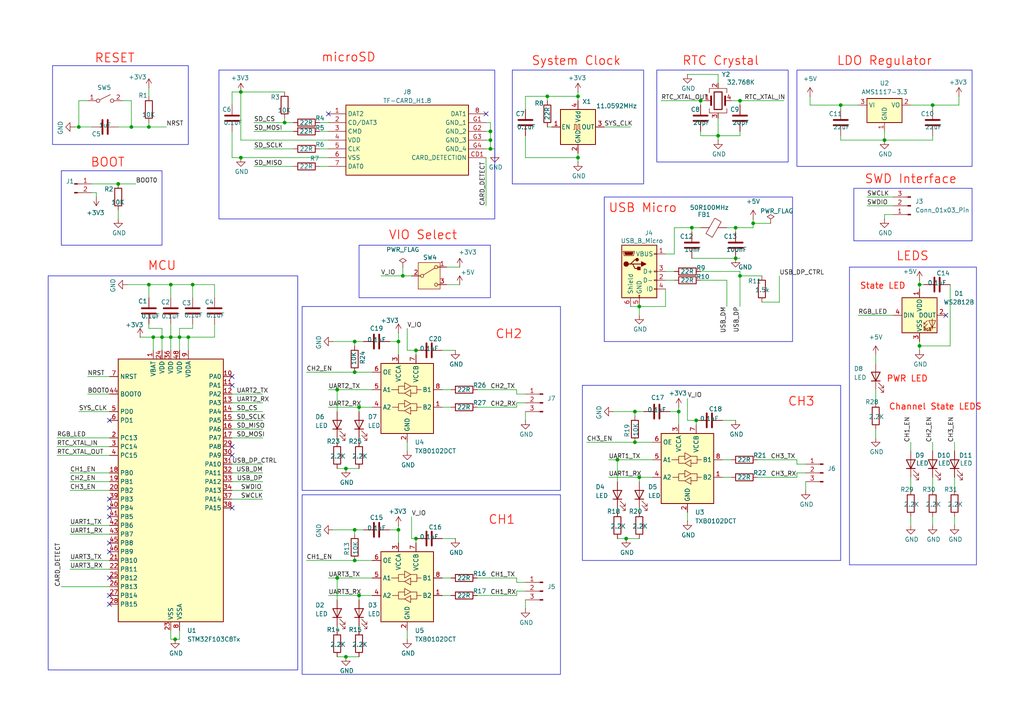
<source format=kicad_sch>
(kicad_sch (version 20231120) (generator "eeschema") (generator_version "8.0")
  (paper "A4")
  (junction (at 266.7 82.55))
  (junction (at 120.65 156.21))
  (junction (at 54.61 97.79))
  (junction (at 200.66 66.04))
  (junction (at 100.33 190.5))
  (junction (at 102.87 99.06))
  (junction (at 185.42 88.9))
  (junction (at 256.54 40.64))
  (junction (at 102.87 153.67))
  (junction (at 116.84 80.01))
  (junction (at 102.87 162.56))
  (junction (at 184.15 128.27))
  (junction (at 97.79 167.64))
  (junction (at 50.8 185.42))
  (junction (at 52.07 97.79))
  (junction (at 185.42 138.43))
  (junction (at 104.14 118.11))
  (junction (at 22.86 36.83))
  (junction (at 243.84 30.48))
  (junction (at 49.53 97.79))
  (junction (at 120.65 101.6))
  (junction (at 201.93 121.92))
  (junction (at 270.51 30.48))
  (junction (at 104.14 172.72))
  (junction (at 69.85 45.72))
  (junction (at 142.24 43.18))
  (junction (at 214.63 80.01))
  (junction (at 266.7 100.33))
  (junction (at 213.36 66.04))
  (junction (at 115.57 99.06))
  (junction (at 218.44 64.77))
  (junction (at 208.28 39.37))
  (junction (at 203.2 29.21))
  (junction (at 43.18 36.83))
  (junction (at 44.45 97.79))
  (junction (at 179.07 133.35))
  (junction (at 196.85 119.38))
  (junction (at 158.75 27.94))
  (junction (at 100.33 135.89))
  (junction (at 213.36 74.93))
  (junction (at 55.88 82.55))
  (junction (at 184.15 119.38))
  (junction (at 82.55 35.56))
  (junction (at 34.29 53.34))
  (junction (at 214.63 29.21))
  (junction (at 49.53 82.55))
  (junction (at 142.24 40.64))
  (junction (at 102.87 107.95))
  (junction (at 167.64 27.94))
  (junction (at 181.61 156.21))
  (junction (at 69.85 26.67))
  (junction (at 38.1 36.83))
  (junction (at 97.79 113.03))
  (junction (at 115.57 153.67))
  (junction (at 142.24 38.1))
  (junction (at 43.18 82.55))
  (junction (at 167.64 45.72))
  (junction (at 46.99 97.79))
  (no_connect (at 31.75 167.64))
  (no_connect (at 31.75 172.72))
  (no_connect (at 95.25 33.02))
  (no_connect (at 31.75 144.78))
  (no_connect (at 140.97 33.02))
  (no_connect (at 67.31 111.76))
  (no_connect (at 274.32 91.44))
  (no_connect (at 31.75 147.32))
  (no_connect (at 31.75 149.86))
  (no_connect (at 67.31 132.08))
  (no_connect (at 31.75 175.26))
  (no_connect (at 67.31 147.32))
  (no_connect (at 67.31 109.22))
  (no_connect (at 31.75 121.92))
  (no_connect (at 31.75 160.02))
  (no_connect (at 31.75 157.48))
  (no_connect (at 67.31 129.54))
  (wire (pts (xy 49.53 93.98) (xy 49.53 97.79)))
  (wire (pts (xy 214.63 80.01) (xy 214.63 88.9)))
  (wire (pts (xy 176.53 138.43) (xy 185.42 138.43)))
  (wire (pts (xy 179.07 147.32) (xy 179.07 148.59)))
  (wire (pts (xy 231.14 133.35) (xy 231.14 134.62)))
  (wire (pts (xy 22.86 29.21) (xy 22.86 36.83)))
  (wire (pts (xy 170.18 128.27) (xy 184.15 128.27)))
  (wire (pts (xy 251.46 57.15) (xy 259.08 57.15)))
  (wire (pts (xy 62.23 97.79) (xy 62.23 93.98)))
  (wire (pts (xy 185.42 138.43) (xy 189.23 138.43)))
  (wire (pts (xy 104.14 118.11) (xy 107.95 118.11)))
  (wire (pts (xy 49.53 97.79) (xy 52.07 97.79)))
  (wire (pts (xy 234.95 30.48) (xy 243.84 30.48)))
  (wire (pts (xy 25.4 109.22) (xy 31.75 109.22)))
  (wire (pts (xy 276.86 138.43) (xy 276.86 142.24)))
  (wire (pts (xy 270.51 138.43) (xy 270.51 142.24)))
  (wire (pts (xy 203.2 29.21) (xy 204.47 29.21)))
  (wire (pts (xy 175.26 36.83) (xy 182.88 36.83)))
  (wire (pts (xy 200.66 67.31) (xy 200.66 66.04)))
  (wire (pts (xy 140.97 35.56) (xy 142.24 35.56)))
  (wire (pts (xy 69.85 26.67) (xy 82.55 26.67)))
  (wire (pts (xy 214.63 78.74) (xy 214.63 80.01)))
  (wire (pts (xy 256.54 38.1) (xy 256.54 40.64)))
  (wire (pts (xy 193.04 78.74) (xy 195.58 78.74)))
  (wire (pts (xy 203.2 39.37) (xy 203.2 38.1)))
  (wire (pts (xy 44.45 97.79) (xy 46.99 97.79)))
  (wire (pts (xy 251.46 59.69) (xy 259.08 59.69)))
  (wire (pts (xy 209.55 133.35) (xy 212.09 133.35)))
  (wire (pts (xy 20.32 142.24) (xy 31.75 142.24)))
  (wire (pts (xy 46.99 95.25) (xy 46.99 97.79)))
  (wire (pts (xy 219.71 133.35) (xy 231.14 133.35)))
  (wire (pts (xy 67.31 114.3) (xy 76.2 114.3)))
  (wire (pts (xy 119.38 156.21) (xy 120.65 156.21)))
  (wire (pts (xy 46.99 97.79) (xy 46.99 101.6)))
  (wire (pts (xy 95.25 172.72) (xy 104.14 172.72)))
  (wire (pts (xy 97.79 167.64) (xy 97.79 173.99)))
  (wire (pts (xy 49.53 97.79) (xy 49.53 101.6)))
  (wire (pts (xy 16.51 129.54) (xy 31.75 129.54)))
  (wire (pts (xy 275.59 82.55) (xy 275.59 100.33)))
  (wire (pts (xy 97.79 113.03) (xy 107.95 113.03)))
  (wire (pts (xy 96.52 153.67) (xy 102.87 153.67)))
  (wire (pts (xy 149.86 168.91) (xy 152.4 168.91)))
  (wire (pts (xy 102.87 99.06) (xy 105.41 99.06)))
  (wire (pts (xy 26.67 55.88) (xy 27.94 55.88)))
  (wire (pts (xy 55.88 82.55) (xy 62.23 82.55)))
  (wire (pts (xy 185.42 138.43) (xy 185.42 139.7)))
  (wire (pts (xy 210.82 66.04) (xy 213.36 66.04)))
  (wire (pts (xy 214.63 38.1) (xy 214.63 39.37)))
  (wire (pts (xy 243.84 30.48) (xy 248.92 30.48)))
  (wire (pts (xy 149.86 114.3) (xy 152.4 114.3)))
  (wire (pts (xy 140.97 40.64) (xy 142.24 40.64)))
  (wire (pts (xy 100.33 135.89) (xy 104.14 135.89)))
  (wire (pts (xy 149.86 118.11) (xy 149.86 116.84)))
  (wire (pts (xy 266.7 99.06) (xy 266.7 100.33)))
  (wire (pts (xy 212.09 29.21) (xy 214.63 29.21)))
  (wire (pts (xy 256.54 40.64) (xy 270.51 40.64)))
  (wire (pts (xy 49.53 82.55) (xy 43.18 82.55)))
  (wire (pts (xy 149.86 116.84) (xy 152.4 116.84)))
  (wire (pts (xy 184.15 128.27) (xy 189.23 128.27)))
  (wire (pts (xy 142.24 35.56) (xy 142.24 38.1)))
  (wire (pts (xy 264.16 149.86) (xy 264.16 152.4)))
  (wire (pts (xy 270.51 128.27) (xy 270.51 130.81)))
  (wire (pts (xy 118.11 182.88) (xy 118.11 185.42)))
  (wire (pts (xy 149.86 172.72) (xy 149.86 171.45)))
  (wire (pts (xy 67.31 137.16) (xy 76.2 137.16)))
  (wire (pts (xy 203.2 30.48) (xy 203.2 29.21)))
  (wire (pts (xy 182.88 88.9) (xy 185.42 88.9)))
  (wire (pts (xy 143.51 43.18) (xy 143.51 44.45)))
  (wire (pts (xy 20.32 139.7) (xy 31.75 139.7)))
  (wire (pts (xy 243.84 31.75) (xy 243.84 30.48)))
  (wire (pts (xy 67.31 121.92) (xy 76.2 121.92)))
  (wire (pts (xy 138.43 118.11) (xy 149.86 118.11)))
  (wire (pts (xy 116.84 80.01) (xy 119.38 80.01)))
  (wire (pts (xy 46.99 97.79) (xy 49.53 97.79)))
  (wire (pts (xy 88.9 162.56) (xy 102.87 162.56)))
  (wire (pts (xy 196.85 118.11) (xy 196.85 119.38)))
  (wire (pts (xy 152.4 39.37) (xy 152.4 45.72)))
  (wire (pts (xy 34.29 60.96) (xy 34.29 63.5)))
  (wire (pts (xy 208.28 34.29) (xy 208.28 39.37)))
  (wire (pts (xy 266.7 82.55) (xy 267.97 82.55)))
  (wire (pts (xy 213.36 66.04) (xy 213.36 67.31)))
  (wire (pts (xy 97.79 181.61) (xy 97.79 182.88)))
  (wire (pts (xy 196.85 119.38) (xy 196.85 123.19)))
  (wire (pts (xy 73.66 38.1) (xy 85.09 38.1)))
  (wire (pts (xy 67.31 142.24) (xy 76.2 142.24)))
  (wire (pts (xy 149.86 113.03) (xy 149.86 114.3)))
  (wire (pts (xy 152.4 119.38) (xy 152.4 121.92)))
  (wire (pts (xy 67.31 30.48) (xy 67.31 26.67)))
  (wire (pts (xy 142.24 40.64) (xy 142.24 38.1)))
  (wire (pts (xy 67.31 127) (xy 76.2 127)))
  (wire (pts (xy 142.24 38.1) (xy 140.97 38.1)))
  (wire (pts (xy 21.59 36.83) (xy 22.86 36.83)))
  (wire (pts (xy 52.07 95.25) (xy 52.07 97.79)))
  (wire (pts (xy 199.39 121.92) (xy 201.93 121.92)))
  (wire (pts (xy 43.18 25.4) (xy 43.18 27.94)))
  (wire (pts (xy 158.75 27.94) (xy 167.64 27.94)))
  (wire (pts (xy 191.77 29.21) (xy 203.2 29.21)))
  (wire (pts (xy 203.2 78.74) (xy 214.63 78.74)))
  (wire (pts (xy 231.14 134.62) (xy 233.68 134.62)))
  (wire (pts (xy 213.36 66.04) (xy 218.44 66.04)))
  (wire (pts (xy 100.33 135.89) (xy 97.79 135.89)))
  (wire (pts (xy 16.51 132.08) (xy 31.75 132.08)))
  (wire (pts (xy 152.4 31.75) (xy 152.4 27.94)))
  (wire (pts (xy 218.44 63.5) (xy 218.44 64.77)))
  (wire (pts (xy 233.68 139.7) (xy 233.68 142.24)))
  (wire (pts (xy 73.66 48.26) (xy 85.09 48.26)))
  (wire (pts (xy 16.51 127) (xy 31.75 127)))
  (wire (pts (xy 128.27 118.11) (xy 130.81 118.11)))
  (wire (pts (xy 110.49 80.01) (xy 116.84 80.01)))
  (wire (pts (xy 270.51 30.48) (xy 278.13 30.48)))
  (wire (pts (xy 25.4 114.3) (xy 31.75 114.3)))
  (wire (pts (xy 264.16 138.43) (xy 264.16 142.24)))
  (wire (pts (xy 129.54 82.55) (xy 133.35 82.55)))
  (wire (pts (xy 120.65 156.21) (xy 120.65 157.48)))
  (wire (pts (xy 115.57 99.06) (xy 115.57 102.87)))
  (wire (pts (xy 96.52 99.06) (xy 102.87 99.06)))
  (wire (pts (xy 185.42 147.32) (xy 185.42 148.59)))
  (wire (pts (xy 104.14 172.72) (xy 104.14 173.99)))
  (wire (pts (xy 69.85 40.64) (xy 69.85 26.67)))
  (wire (pts (xy 158.75 36.83) (xy 160.02 36.83)))
  (wire (pts (xy 95.25 113.03) (xy 97.79 113.03)))
  (wire (pts (xy 199.39 115.57) (xy 199.39 121.92)))
  (wire (pts (xy 67.31 144.78) (xy 76.2 144.78)))
  (wire (pts (xy 100.33 190.5) (xy 104.14 190.5)))
  (wire (pts (xy 220.98 87.63) (xy 226.06 87.63)))
  (wire (pts (xy 102.87 153.67) (xy 105.41 153.67)))
  (wire (pts (xy 95.25 167.64) (xy 97.79 167.64)))
  (wire (pts (xy 266.7 81.28) (xy 266.7 82.55)))
  (wire (pts (xy 184.15 119.38) (xy 186.69 119.38)))
  (wire (pts (xy 67.31 124.46) (xy 76.2 124.46)))
  (wire (pts (xy 43.18 93.98) (xy 43.18 95.25)))
  (wire (pts (xy 254 113.03) (xy 254 116.84)))
  (wire (pts (xy 35.56 29.21) (xy 38.1 29.21)))
  (wire (pts (xy 185.42 88.9) (xy 185.42 91.44)))
  (wire (pts (xy 55.88 93.98) (xy 55.88 95.25)))
  (wire (pts (xy 214.63 30.48) (xy 214.63 29.21)))
  (wire (pts (xy 97.79 167.64) (xy 107.95 167.64)))
  (wire (pts (xy 264.16 30.48) (xy 270.51 30.48)))
  (wire (pts (xy 36.83 82.55) (xy 43.18 82.55)))
  (wire (pts (xy 49.53 185.42) (xy 50.8 185.42)))
  (wire (pts (xy 208.28 24.13) (xy 208.28 21.59)))
  (wire (pts (xy 201.93 121.92) (xy 201.93 123.19)))
  (wire (pts (xy 92.71 38.1) (xy 95.25 38.1)))
  (wire (pts (xy 67.31 116.84) (xy 76.2 116.84)))
  (wire (pts (xy 218.44 64.77) (xy 223.52 64.77)))
  (wire (pts (xy 140.97 45.72) (xy 140.97 59.69)))
  (wire (pts (xy 200.66 74.93) (xy 213.36 74.93)))
  (wire (pts (xy 128.27 101.6) (xy 132.08 101.6)))
  (wire (pts (xy 118.11 95.25) (xy 118.11 101.6)))
  (wire (pts (xy 104.14 172.72) (xy 107.95 172.72)))
  (wire (pts (xy 208.28 39.37) (xy 203.2 39.37)))
  (wire (pts (xy 113.03 99.06) (xy 115.57 99.06)))
  (wire (pts (xy 275.59 100.33) (xy 266.7 100.33)))
  (wire (pts (xy 138.43 167.64) (xy 149.86 167.64)))
  (wire (pts (xy 54.61 97.79) (xy 54.61 101.6)))
  (wire (pts (xy 115.57 96.52) (xy 115.57 99.06)))
  (wire (pts (xy 181.61 156.21) (xy 179.07 156.21)))
  (wire (pts (xy 115.57 153.67) (xy 115.57 157.48)))
  (wire (pts (xy 234.95 27.94) (xy 234.95 30.48)))
  (wire (pts (xy 22.86 36.83) (xy 26.67 36.83)))
  (wire (pts (xy 194.31 119.38) (xy 196.85 119.38)))
  (wire (pts (xy 266.7 82.55) (xy 266.7 83.82)))
  (wire (pts (xy 104.14 118.11) (xy 104.14 119.38)))
  (wire (pts (xy 26.67 53.34) (xy 34.29 53.34)))
  (wire (pts (xy 254 124.46) (xy 254 127)))
  (wire (pts (xy 199.39 21.59) (xy 208.28 21.59)))
  (wire (pts (xy 128.27 113.03) (xy 130.81 113.03)))
  (wire (pts (xy 119.38 149.86) (xy 119.38 156.21)))
  (wire (pts (xy 27.94 55.88) (xy 27.94 57.15)))
  (wire (pts (xy 102.87 153.67) (xy 102.87 154.94)))
  (wire (pts (xy 115.57 152.4) (xy 115.57 153.67)))
  (wire (pts (xy 52.07 185.42) (xy 50.8 185.42)))
  (wire (pts (xy 243.84 40.64) (xy 256.54 40.64)))
  (wire (pts (xy 43.18 86.36) (xy 43.18 82.55)))
  (wire (pts (xy 69.85 40.64) (xy 95.25 40.64)))
  (wire (pts (xy 54.61 97.79) (xy 62.23 97.79)))
  (wire (pts (xy 167.64 27.94) (xy 167.64 29.21)))
  (wire (pts (xy 118.11 128.27) (xy 118.11 130.81)))
  (wire (pts (xy 214.63 80.01) (xy 220.98 80.01)))
  (wire (pts (xy 177.8 119.38) (xy 184.15 119.38)))
  (wire (pts (xy 17.78 170.18) (xy 31.75 170.18)))
  (wire (pts (xy 138.43 113.03) (xy 149.86 113.03)))
  (wire (pts (xy 104.14 127) (xy 104.14 128.27)))
  (wire (pts (xy 49.53 86.36) (xy 49.53 82.55)))
  (wire (pts (xy 22.86 29.21) (xy 25.4 29.21)))
  (wire (pts (xy 184.15 120.65) (xy 184.15 119.38)))
  (wire (pts (xy 149.86 167.64) (xy 149.86 168.91)))
  (wire (pts (xy 102.87 99.06) (xy 102.87 100.33)))
  (wire (pts (xy 129.54 77.47) (xy 133.35 77.47)))
  (wire (pts (xy 97.79 127) (xy 97.79 128.27)))
  (wire (pts (xy 226.06 80.01) (xy 226.06 87.63)))
  (wire (pts (xy 149.86 171.45) (xy 152.4 171.45)))
  (wire (pts (xy 20.32 154.94) (xy 31.75 154.94)))
  (wire (pts (xy 69.85 45.72) (xy 95.25 45.72)))
  (wire (pts (xy 52.07 97.79) (xy 54.61 97.79)))
  (wire (pts (xy 52.07 97.79) (xy 52.07 101.6)))
  (wire (pts (xy 92.71 35.56) (xy 95.25 35.56)))
  (wire (pts (xy 248.92 91.44) (xy 259.08 91.44)))
  (wire (pts (xy 67.31 45.72) (xy 69.85 45.72)))
  (wire (pts (xy 88.9 107.95) (xy 102.87 107.95)))
  (wire (pts (xy 34.29 53.34) (xy 39.37 53.34)))
  (wire (pts (xy 22.86 119.38) (xy 31.75 119.38)))
  (wire (pts (xy 40.64 97.79) (xy 44.45 97.79)))
  (wire (pts (xy 195.58 66.04) (xy 195.58 73.66)))
  (wire (pts (xy 44.45 97.79) (xy 44.45 101.6)))
  (wire (pts (xy 52.07 182.88) (xy 52.07 185.42)))
  (wire (pts (xy 218.44 64.77) (xy 218.44 66.04)))
  (wire (pts (xy 209.55 121.92) (xy 213.36 121.92)))
  (wire (pts (xy 219.71 138.43) (xy 231.14 138.43)))
  (wire (pts (xy 20.32 137.16) (xy 31.75 137.16)))
  (wire (pts (xy 55.88 86.36) (xy 55.88 82.55)))
  (wire (pts (xy 193.04 81.28) (xy 195.58 81.28)))
  (wire (pts (xy 49.53 182.88) (xy 49.53 185.42)))
  (wire (pts (xy 264.16 128.27) (xy 264.16 130.81)))
  (wire (pts (xy 266.7 100.33) (xy 266.7 101.6)))
  (wire (pts (xy 113.03 153.67) (xy 115.57 153.67)))
  (wire (pts (xy 128.27 172.72) (xy 130.81 172.72)))
  (wire (pts (xy 276.86 128.27) (xy 276.86 130.81)))
  (wire (pts (xy 203.2 81.28) (xy 210.82 81.28)))
  (wire (pts (xy 167.64 26.67) (xy 167.64 27.94)))
  (wire (pts (xy 270.51 30.48) (xy 270.51 31.75)))
  (wire (pts (xy 138.43 172.72) (xy 149.86 172.72)))
  (wire (pts (xy 20.32 162.56) (xy 31.75 162.56)))
  (wire (pts (xy 67.31 26.67) (xy 69.85 26.67)))
  (wire (pts (xy 120.65 101.6) (xy 120.65 102.87)))
  (wire (pts (xy 118.11 101.6) (xy 120.65 101.6)))
  (wire (pts (xy 270.51 39.37) (xy 270.51 40.64)))
  (wire (pts (xy 128.27 167.64) (xy 130.81 167.64)))
  (wire (pts (xy 128.27 156.21) (xy 132.08 156.21)))
  (wire (pts (xy 152.4 45.72) (xy 167.64 45.72)))
  (wire (pts (xy 100.33 190.5) (xy 97.79 190.5)))
  (wire (pts (xy 199.39 148.59) (xy 199.39 151.13)))
  (wire (pts (xy 152.4 27.94) (xy 158.75 27.94)))
  (wire (pts (xy 43.18 36.83) (xy 48.26 36.83)))
  (wire (pts (xy 67.31 38.1) (xy 67.31 45.72)))
  (wire (pts (xy 278.13 27.94) (xy 278.13 30.48)))
  (wire (pts (xy 67.31 119.38) (xy 76.2 119.38)))
  (wire (pts (xy 231.14 138.43) (xy 231.14 137.16)))
  (wire (pts (xy 152.4 173.99) (xy 152.4 176.53)))
  (wire (pts (xy 73.66 35.56) (xy 82.55 35.56)))
  (wire (pts (xy 92.71 43.18) (xy 95.25 43.18)))
  (wire (pts (xy 193.04 73.66) (xy 195.58 73.66)))
  (wire (pts (xy 179.07 133.35) (xy 189.23 133.35)))
  (wire (pts (xy 259.08 62.23) (xy 256.54 62.23)))
  (wire (pts (xy 82.55 35.56) (xy 85.09 35.56)))
  (wire (pts (xy 104.14 181.61) (xy 104.14 182.88)))
  (wire (pts (xy 55.88 95.25) (xy 52.07 95.25)))
  (wire (pts (xy 276.86 149.86) (xy 276.86 152.4)))
  (wire (pts (xy 213.36 74.93) (xy 214.63 74.93)))
  (wire (pts (xy 142.24 43.18) (xy 143.51 43.18)))
  (wire (pts (xy 270.51 149.86) (xy 270.51 152.4)))
  (wire (pts (xy 34.29 36.83) (xy 38.1 36.83)))
  (wire (pts (xy 176.53 133.35) (xy 179.07 133.35)))
  (wire (pts (xy 158.75 27.94) (xy 158.75 29.21)))
  (wire (pts (xy 142.24 43.18) (xy 142.24 40.64)))
  (wire (pts (xy 214.63 29.21) (xy 227.33 29.21)))
  (wire (pts (xy 167.64 44.45) (xy 167.64 45.72)))
  (wire (pts (xy 38.1 36.83) (xy 43.18 36.83)))
  (wire (pts (xy 67.31 139.7) (xy 76.2 139.7)))
  (wire (pts (xy 209.55 138.43) (xy 212.09 138.43)))
  (wire (pts (xy 55.88 82.55) (xy 49.53 82.55)))
  (wire (pts (xy 256.54 62.23) (xy 256.54 63.5)))
  (wire (pts (xy 102.87 162.56) (xy 107.95 162.56)))
  (wire (pts (xy 92.71 48.26) (xy 95.25 48.26)))
  (wire (pts (xy 243.84 39.37) (xy 243.84 40.64)))
  (wire (pts (xy 82.55 34.29) (xy 82.55 35.56)))
  (wire (pts (xy 200.66 66.04) (xy 203.2 66.04)))
  (wire (pts (xy 254 102.87) (xy 254 105.41)))
  (wire (pts (xy 67.31 134.62) (xy 76.2 134.62)))
  (wire (pts (xy 43.18 36.83) (xy 43.18 35.56)))
  (wire (pts (xy 20.32 165.1) (xy 31.75 165.1)))
  (wire (pts (xy 116.84 77.47) (xy 116.84 80.01)))
  (wire (pts (xy 38.1 29.21) (xy 38.1 36.83)))
  (wire (pts (xy 20.32 152.4) (xy 31.75 152.4)))
  (wire (pts (xy 102.87 107.95) (xy 107.95 107.95)))
  (wire (pts (xy 214.63 39.37) (xy 208.28 39.37)))
  (wire (pts (xy 43.18 95.25) (xy 46.99 95.25)))
  (wire (pts (xy 210.82 81.28) (xy 210.82 88.9)))
  (wire (pts (xy 73.66 43.18) (xy 85.09 43.18)))
  (wire (pts (xy 95.25 118.11) (xy 104.14 118.11)))
  (wire (pts (xy 231.14 137.16) (xy 233.68 137.16)))
  (wire (pts (xy 181.61 156.21) (xy 185.42 156.21)))
  (wire (pts (xy 208.28 39.37) (xy 208.28 40.64)))
  (wire (pts (xy 167.64 45.72) (xy 167.64 46.99)))
  (wire (pts (xy 62.23 86.36) (xy 62.23 82.55)))
  (wire (pts (xy 179.07 133.35) (xy 179.07 139.7)))
  (wire (pts (xy 193.04 83.82) (xy 193.04 88.9)))
  (wire (pts (xy 97.79 113.03) (xy 97.79 119.38)))
  (wire (pts (xy 185.42 88.9) (xy 193.04 88.9)))
  (wire (pts (xy 195.58 66.04) (xy 200.66 66.04)))
  (wire (pts (xy 140.97 43.18) (xy 142.24 43.18)))
  (rectangle (start 15.24 19.05) (end 54.61 41.91))
  (rectangle (start 190.5 20.32) (end 228.6 46.99))
  (rectangle (start 247.65 54.61) (end 281.94 69.85))
  (rectangle (start 246.38 77.47) (end 283.21 163.83))
  (rectangle (start 148.59 20.32) (end 186.69 53.34))
  (rectangle (start 87.63 88.9) (end 162.56 142.24))
  (rectangle (start 175.26 57.15) (end 229.87 99.06))
  (rectangle (start 87.63 143.51) (end 162.56 195.58))
  (rectangle (start 63.5 20.32) (end 143.51 63.5))
  (rectangle (start 231.14 20.32) (end 281.94 48.26))
  (rectangle (start 104.14 71.12) (end 142.24 86.36))
  (rectangle (start 13.97 80.01) (end 86.36 194.31))
  (rectangle (start 168.91 111.76) (end 243.84 162.56))
  (rectangle (start 17.78 49.53) (end 46.99 71.12))
  (text "State LED\n" (at 256.032 83.058 0) (effects (font (size 1.778 1.778) (thickness 0.254) (bold yes))))
  (text "MCU" (at 46.99 77.216 0) (effects (font (size 2.54 2.54) (thickness 0.254) (bold yes))))
  (text "CH1\n" (at 145.542 150.876 0) (effects (font (size 2.54 2.54) (thickness 0.254) (bold yes))))
  (text "RTC Crystal\n" (at 209.042 17.78 0) (effects (font (size 2.54 2.54) (thickness 0.254) (bold yes))))
  (text "CH2\n" (at 147.574 97.028 0) (effects (font (size 2.54 2.54) (thickness 0.254) (bold yes))))
  (text "System Clock" (at 167.132 17.78 0) (effects (font (size 2.54 2.54) (thickness 0.254) (bold yes))))
  (text "microSD" (at 101.092 16.764 0) (effects (font (size 2.54 2.54) (thickness 0.254) (bold yes))))
  (text "CH3" (at 232.41 116.586 0) (effects (font (size 2.54 2.54) (thickness 0.254) (bold yes))))
  (text "LDO Regulator\n" (at 256.54 17.78 0) (effects (font (size 2.54 2.54) (thickness 0.254) (bold yes))))
  (text "RESET" (at 33.274 17.018 0) (effects (font (size 2.54 2.54) (thickness 0.254) (bold yes))))
  (text "USB Micro\n" (at 186.436 60.452 0) (effects (font (size 2.54 2.54) (thickness 0.254) (bold yes))))
  (text "Channel State LEDS" (at 271.272 118.11 0) (effects (font (size 1.778 1.778) (thickness 0.254) (bold yes))))
  (text "BOOT" (at 31.242 47.244 0) (effects (font (size 2.54 2.54) (thickness 0.254) (bold yes))))
  (text "VIO Select\n" (at 122.682 68.326 0) (effects (font (size 2.54 2.54) (thickness 0.254) (bold yes))))
  (text "PWR LED" (at 263.144 109.982 0) (effects (font (size 1.778 1.778) (thickness 0.254) (bold yes))))
  (text "SWD Interface\n" (at 264.16 52.07 0) (effects (font (size 2.54 2.54) (thickness 0.254) (bold yes))))
  (text "LEDS" (at 264.668 74.422 0) (effects (font (size 2.54 2.54) (thickness 0.254) (bold yes))))
  (label "V_IO" (at 199.39 115.57 0))
  (label "CH1_EN" (at 264.16 128.27 90))
  (label "UART2_RX" (at 95.25 118.11 0) (effects (font (thickness 0.1588))))
  (label "UART3_RX" (at 20.32 165.1 0))
  (label "V_IO" (at 118.11 95.25 0))
  (label "CH2_EN" (at 270.51 128.27 90))
  (label "USB_DM" (at 210.82 88.9 270))
  (label "UART1_RX" (at 20.32 154.94 0) (effects (font (thickness 0.1588))))
  (label "UART2_RX" (at 68.58 116.84 0))
  (label "SD_MISO" (at 68.58 124.46 0) (effects (font (thickness 0.1588))))
  (label "UART3_RX" (at 95.25 172.72 0) (effects (font (thickness 0.1588))))
  (label "CH3_EN" (at 170.18 128.27 0))
  (label "CH1_EN" (at 20.32 137.16 0))
  (label "V_IO" (at 110.49 80.01 0))
  (label "USB_DP_CTRL" (at 67.31 134.62 0))
  (label "BOOT0" (at 39.37 53.34 0) (effects (font (thickness 0.1588))))
  (label "RTC_XTAL_OUT" (at 16.51 132.08 0))
  (label "SWCLK" (at 251.46 57.15 0))
  (label "SD_MISO" (at 73.66 48.26 0) (effects (font (thickness 0.1588))))
  (label "NRST" (at 25.4 109.22 0))
  (label "RTC_XTAL_OUT" (at 191.77 29.21 0))
  (label "CH2_RX" (at 142.24 118.11 0) (effects (font (thickness 0.1588))))
  (label "V_IO" (at 119.38 149.86 0))
  (label "BOOT0" (at 25.4 114.3 0) (effects (font (thickness 0.1588))))
  (label "SD_SCLK" (at 73.66 43.18 0) (effects (font (thickness 0.1588))))
  (label "UART1_TX" (at 20.32 152.4 0) (effects (font (thickness 0.1588))))
  (label "SD_SCLK" (at 68.58 121.92 0) (effects (font (thickness 0.1588))))
  (label "CARD_DETECT" (at 140.97 59.69 90))
  (label "CH1_EN" (at 88.9 162.56 0))
  (label "SD_MOSI" (at 73.66 38.1 0) (effects (font (thickness 0.1588))))
  (label "UART1_RX" (at 176.53 138.43 0) (effects (font (thickness 0.1588))))
  (label "NRST" (at 48.26 36.83 0))
  (label "CH2_EN" (at 20.32 139.7 0))
  (label "CH3_TX" (at 223.52 133.35 0) (effects (font (thickness 0.1588))))
  (label "CH3_EN" (at 276.86 128.27 90))
  (label "USB_DP" (at 214.63 88.9 270))
  (label "USB_DP" (at 76.2 139.7 180))
  (label "CARD_DETECT" (at 17.78 170.18 90))
  (label "SYS_CLK" (at 175.26 36.83 0))
  (label "UART1_TX" (at 176.53 133.35 0) (effects (font (thickness 0.1588))))
  (label "CH1_TX" (at 142.24 167.64 0) (effects (font (thickness 0.1588))))
  (label "RGB_LED" (at 16.51 127 0))
  (label "CH1_RX" (at 142.24 172.72 0) (effects (font (thickness 0.1588))))
  (label "SWDIO" (at 69.85 142.24 0))
  (label "UART3_TX" (at 95.25 167.64 0) (effects (font (thickness 0.1588))))
  (label "RTC_XTAL_IN" (at 16.51 129.54 0))
  (label "USB_DP_CTRL" (at 226.06 80.01 0))
  (label "USB_DM" (at 76.2 137.16 180))
  (label "UART3_TX" (at 20.32 162.56 0))
  (label "CH2_EN" (at 88.9 107.95 0))
  (label "SD_CS" (at 73.66 35.56 0) (effects (font (thickness 0.1588))))
  (label "SWDIO" (at 251.46 59.69 0))
  (label "UART2_TX" (at 95.25 113.03 0) (effects (font (thickness 0.1588))))
  (label "RTC_XTAL_IN" (at 215.9 29.21 0))
  (label "RGB_LED" (at 248.92 91.44 0))
  (label "CH3_EN" (at 20.32 142.24 0))
  (label "SWCLK" (at 69.85 144.78 0))
  (label "CH2_TX" (at 142.24 113.03 0) (effects (font (thickness 0.1588))))
  (label "SD_CS" (at 68.58 119.38 0) (effects (font (thickness 0.1588))))
  (label "UART2_TX" (at 68.58 114.3 0) (effects (font (thickness 0.1588))))
  (label "CH3_RX" (at 223.52 138.43 0) (effects (font (thickness 0.1588))))
  (label "SYS_CLK" (at 22.86 119.38 0))
  (label "SD_MOSI" (at 68.58 127 0) (effects (font (thickness 0.1588))))
  (symbol (lib_id "power:GND") (at 208.28 40.64 0) (unit 1)
    (property "Reference" "#PWR013" (effects (hide yes)))
    (property "Value" "GND" (at 208.534 44.704 0))
    (property "Description" "Power symbol creates a global label with name \"GND\" , ground" (effects (hide yes)))
  )
  (symbol (lib_id "Device:C") (at 203.2 34.29 0) (unit 1)
    (property "Reference" "C8" (at 201.676 31.75 0))
    (property "Value" "20pF" (at 203.454 35.56 0))
    (property "Footprint" "Capacitor_SMD:C_0805_2012Metric" (effects (hide yes)))
    (property "Description" "Unpolarized capacitor" (effects (hide yes)))
  )
  (symbol (lib_id "Device:C") (at 243.84 35.56 0) (unit 1)
    (property "Reference" "C11" (at 242.316 33.02 0))
    (property "Value" "22uF" (at 244.094 36.83 0))
    (property "Footprint" "Capacitor_SMD:C_0805_2012Metric" (effects (hide yes)))
    (property "Description" "Unpolarized capacitor" (effects (hide yes)))
  )
  (symbol (lib_id "Device:C") (at 62.23 90.17 0) (unit 1)
    (property "Reference" "C4" (at 60.706 87.63 0))
    (property "Value" "0.1uF" (at 62.484 91.44 0))
    (property "Footprint" "Capacitor_SMD:C_0805_2012Metric" (effects (hide yes)))
    (property "Description" "Unpolarized capacitor" (effects (hide yes)))
  )
  (symbol (lib_id "Device:R") (at 43.18 31.75 0) (unit 1)
    (property "Reference" "R1" (at 40.132 27.686 0) (effects (justify left)))
    (property "Value" "10K" (at 41.148 33.274 0) (effects (justify left)))
    (property "Footprint" "Resistor_SMD:R_0805_2012Metric" (effects (hide yes)))
    (property "Description" "Resistor" (effects (hide yes)))
  )
  (symbol (lib_id "Device:C") (at 55.88 90.17 0) (unit 1)
    (property "Reference" "C3" (at 54.102 87.884 0))
    (property "Value" "0.1uF" (at 56.134 91.44 0))
    (property "Footprint" "Capacitor_SMD:C_0805_2012Metric" (effects (hide yes)))
    (property "Description" "Unpolarized capacitor" (effects (hide yes)))
  )
  (symbol (lib_id "power:GND") (at 181.61 156.21 0) (unit 1)
    (property "Reference" "#PWR033" (effects (hide yes)))
    (property "Value" "GND" (at 181.864 160.274 0))
    (property "Description" "Power symbol creates a global label with name \"GND\" , ground" (effects (hide yes)))
  )
  (symbol (lib_id "Logic_LevelTranslator:TXB0102DCT") (at 118.11 170.18 0) (unit 1)
    (property "Reference" "U5" (at 120.3041 182.88 0) (effects (justify left)))
    (property "Value" "TXB0102DCT" (at 120.3041 185.42 0) (effects (justify left)))
    (property "Footprint" "Package_SO:TSSOP-8_3x3mm_P0.65mm" (effects (hide yes)))
    (property "Datasheet" "http://www.ti.com/lit/ds/symlink/txb0102.pdf" (effects (hide yes)))
    (property "Description" "2-Bit Bidirectional Voltage-Level Translator With Auto Direction Sensing and ±15-kV ESD Protection, TSSOP-8" (effects (hide yes)))
  )
  (symbol (lib_id "power:GND") (at 264.16 152.4 0) (unit 1)
    (property "Reference" "#PWR050" (effects (hide yes)))
    (property "Value" "GND" (at 264.414 156.464 0))
    (property "Description" "Power symbol creates a global label with name \"GND\" , ground" (effects (hide yes)))
  )
  (symbol (lib_id "power:+3V3") (at 40.64 97.79 0) (unit 1)
    (property "Reference" "#PWR02" (effects (hide yes)))
    (property "Value" "+3V3" (at 36.322 94.234 0) (effects (justify left)))
    (property "Description" "Power symbol creates a global label with name \"+3V3\"" (effects (hide yes)))
  )
  (symbol (lib_id "Connector:USB_B_Micro") (at 185.42 78.74 0) (unit 1)
    (property "Reference" "J4" (at 188.214 67.564 0))
    (property "Value" "USB_B_Micro" (at 186.182 69.85 0))
    (property "Footprint" "Connector_USB:USB_Micro-B_Amphenol_10118193-0001LF_Horizontal" (effects (hide yes)))
    (property "Description" "USB Micro Type B connector" (effects (hide yes)))
  )
  (symbol (lib_id "Device:R") (at 185.42 152.4 0) (unit 1)
    (property "Reference" "R20" (at 182.372 148.336 0) (effects (justify left)))
    (property "Value" "2.2K" (at 183.388 152.654 0) (effects (justify left)))
    (property "Footprint" "Resistor_SMD:R_0805_2012Metric" (effects (hide yes)))
    (property "Description" "Resistor" (effects (hide yes)))
  )
  (symbol (lib_id "Device:R") (at 134.62 118.11 270) (unit 1)
    (property "Reference" "R27" (at 137.16 116.84 90) (effects (justify left)))
    (property "Value" "22R" (at 132.588 118.11 90) (effects (justify left)))
    (property "Footprint" "Resistor_SMD:R_0805_2012Metric" (effects (hide yes)))
    (property "Description" "Resistor" (effects (hide yes)))
  )
  (symbol (lib_id "power:GND") (at 118.11 130.81 0) (unit 1)
    (property "Reference" "#PWR043" (effects (hide yes)))
    (property "Value" "GND" (at 118.364 134.874 0))
    (property "Description" "Power symbol creates a global label with name \"GND\" , ground" (effects (hide yes)))
  )
  (symbol (lib_id "power:+5V") (at 266.7 81.28 0) (unit 1)
    (property "Reference" "#PWR022" (effects (hide yes)))
    (property "Value" "+5V" (at 263.906 78.74 0))
    (property "Description" "Power symbol creates a global label with name \"+5V\"" (effects (hide yes)))
  )
  (symbol (lib_id "Connector:Conn_01x03_Pin") (at 264.16 59.69 180) (unit 1)
    (property "Reference" "J3" (at 265.43 58.4199 0) (effects (justify right)))
    (property "Value" "Conn_01x03_Pin" (at 265.43 60.9599 0) (effects (justify right)))
    (property "Footprint" "Connector_PinHeader_2.54mm:PinHeader_1x03_P2.54mm_Vertical" (effects (hide yes)))
    (property "Description" "Generic connector, single row, 01x03, script generated" (effects (hide yes)))
  )
  (symbol (lib_id "Device:C") (at 213.36 71.12 0) (unit 1)
    (property "Reference" "C13" (at 211.836 68.58 0))
    (property "Value" "100nF" (at 213.614 72.39 0))
    (property "Footprint" "Capacitor_SMD:C_0805_2012Metric" (effects (hide yes)))
    (property "Description" "Unpolarized capacitor" (effects (hide yes)))
  )
  (symbol (lib_id "Device:FerriteBead") (at 207.01 66.04 90) (unit 1)
    (property "Reference" "FB1" (at 204.216 62.23 90))
    (property "Value" "50R100MHz" (at 205.74 60.198 90))
    (property "Footprint" "Inductor_SMD:L_0805_2012Metric" (effects (hide yes)))
    (property "Description" "Ferrite bead" (effects (hide yes)))
  )
  (symbol (lib_id "power:GND") (at 132.08 101.6 0) (unit 1)
    (property "Reference" "#PWR046" (effects (hide yes)))
    (property "Value" "GND" (at 132.334 105.664 0))
    (property "Description" "Power symbol creates a global label with name \"GND\" , ground" (effects (hide yes)))
  )
  (symbol (lib_id "Connector:Conn_01x03_Pin") (at 157.48 116.84 0) (mirror y) (unit 1)
    (property "Reference" "J7" (at 158.75 115.5699 0) (effects (justify right)))
    (property "Value" "Conn_01x03_Pin" (effects (hide yes)))
    (property "Footprint" "Connector_PinHeader_2.54mm:PinHeader_1x03_P2.54mm_Horizontal" (effects (hide yes)))
    (property "Description" "Generic connector, single row, 01x03, script generated" (effects (hide yes)))
  )
  (symbol (lib_id "Device:R") (at 88.9 43.18 270) (unit 1)
    (property "Reference" "R6" (at 91.44 41.91 90) (effects (justify left)))
    (property "Value" "22R" (at 86.868 43.18 90) (effects (justify left)))
    (property "Footprint" "Resistor_SMD:R_0805_2012Metric" (effects (hide yes)))
    (property "Description" "Resistor" (effects (hide yes)))
  )
  (symbol (lib_id "power:+3V3") (at 69.85 26.67 0) (unit 1)
    (property "Reference" "#PWR010" (effects (hide yes)))
    (property "Value" "+3V3" (at 69.596 22.606 0))
    (property "Description" "Power symbol creates a global label with name \"+3V3\"" (effects (hide yes)))
  )
  (symbol (lib_id "power:GND") (at 177.8 119.38 270) (unit 1)
    (property "Reference" "#PWR032" (effects (hide yes)))
    (property "Value" "GND" (at 173.736 119.634 0))
    (property "Description" "Power symbol creates a global label with name \"GND\" , ground" (effects (hide yes)))
  )
  (symbol (lib_id "Device:R") (at 97.79 186.69 0) (unit 1)
    (property "Reference" "R14" (at 94.742 182.626 0) (effects (justify left)))
    (property "Value" "2.2K" (at 95.758 186.944 0) (effects (justify left)))
    (property "Footprint" "Resistor_SMD:R_0805_2012Metric" (effects (hide yes)))
    (property "Description" "Resistor" (effects (hide yes)))
  )
  (symbol (lib_id "Device:R") (at 88.9 35.56 270) (unit 1)
    (property "Reference" "R4" (at 91.44 34.29 90) (effects (justify left)))
    (property "Value" "22R" (at 86.868 35.56 90) (effects (justify left)))
    (property "Footprint" "Resistor_SMD:R_0805_2012Metric" (effects (hide yes)))
    (property "Description" "Resistor" (effects (hide yes)))
  )
  (symbol (lib_id "Device:LED") (at 254 109.22 90) (unit 1)
    (property "Reference" "D8" (at 247.65 106.934 90) (effects (justify right)))
    (property "Value" "LED" (at 247.65 109.474 90) (effects (justify right)))
    (property "Footprint" "LED_SMD:LED_0805_2012Metric" (effects (hide yes)))
    (property "Description" "Light emitting diode" (effects (hide yes)))
  )
  (symbol (lib_id "power:GND") (at 213.36 74.93 0) (unit 1)
    (property "Reference" "#PWR020" (effects (hide yes)))
    (property "Value" "GND" (at 216.154 77.47 0))
    (property "Description" "Power symbol creates a global label with name \"GND\" , ground" (effects (hide yes)))
  )
  (symbol (lib_id "Device:C") (at 67.31 34.29 0) (unit 1)
    (property "Reference" "C6" (at 65.786 31.75 0))
    (property "Value" "0.1uF" (at 67.564 35.56 0))
    (property "Footprint" "Capacitor_SMD:C_0805_2012Metric" (effects (hide yes)))
    (property "Description" "Unpolarized capacitor" (effects (hide yes)))
  )
  (symbol (lib_id "power:GND") (at 199.39 21.59 0) (unit 1)
    (property "Reference" "#PWR053" (effects (hide yes)))
    (property "Value" "GND" (at 199.644 25.654 0))
    (property "Description" "Power symbol creates a global label with name \"GND\" , ground" (effects (hide yes)))
  )
  (symbol (lib_id "Device:R") (at 264.16 146.05 0) (unit 1)
    (property "Reference" "R29" (at 261.112 141.986 0) (effects (justify left)))
    (property "Value" "2.2K" (at 262.128 146.304 0) (effects (justify left)))
    (property "Footprint" "Resistor_SMD:R_0805_2012Metric" (effects (hide yes)))
    (property "Description" "Resistor" (effects (hide yes)))
  )
  (symbol (lib_id "power:+3V3") (at 133.35 77.47 0) (unit 1)
    (property "Reference" "#PWR023" (effects (hide yes)))
    (property "Value" "+3V3" (at 135.636 73.152 0))
    (property "Description" "Power symbol creates a global label with name \"+3V3\"" (effects (hide yes)))
  )
  (symbol (lib_id "Connector:Conn_01x03_Pin") (at 157.48 171.45 0) (mirror y) (unit 1)
    (property "Reference" "J5" (at 158.75 170.1799 0) (effects (justify right)))
    (property "Value" "Conn_01x03_Pin" (effects (hide yes)))
    (property "Footprint" "Connector_PinHeader_2.54mm:PinHeader_1x03_P2.54mm_Horizontal" (effects (hide yes)))
    (property "Description" "Generic connector, single row, 01x03, script generated" (effects (hide yes)))
  )
  (symbol (lib_id "Switch:SW_SPDT") (at 124.46 80.01 0) (unit 1)
    (property "Reference" "SW4" (at 124.714 74.676 0))
    (property "Value" "SW_SPDT" (effects (hide yes)))
    (property "Footprint" "Button_Switch_SMD:SW_SPDT_CK_JS102011SAQN" (effects (hide yes)))
    (property "Description" "Switch, single pole double throw" (effects (hide yes)))
  )
  (symbol (lib_id "Device:C") (at 190.5 119.38 90) (unit 1)
    (property "Reference" "C17" (at 190.754 115.316 90))
    (property "Value" "0.1uF" (at 190.5 118.872 90))
    (property "Footprint" "Capacitor_SMD:C_0805_2012Metric" (effects (hide yes)))
    (property "Description" "Unpolarized capacitor" (effects (hide yes)))
  )
  (symbol (lib_id "power:GND") (at 143.51 44.45 0) (unit 1)
    (property "Reference" "#PWR08" (effects (hide yes)))
    (property "Value" "GND" (at 143.764 48.514 0))
    (property "Description" "Power symbol creates a global label with name \"GND\" , ground" (effects (hide yes)))
  )
  (symbol (lib_id "power:+3V3") (at 27.94 57.15 180) (unit 1)
    (property "Reference" "#PWR07" (effects (hide yes)))
    (property "Value" "+3V3" (at 27.686 61.722 0))
    (property "Description" "Power symbol creates a global label with name \"+3V3\"" (effects (hide yes)))
  )
  (symbol (lib_id "Connector:Conn_01x03_Pin") (at 238.76 137.16 0) (mirror y) (unit 1)
    (property "Reference" "J6" (at 240.03 135.8899 0) (effects (justify right)))
    (property "Value" "Conn_01x03_Pin" (effects (hide yes)))
    (property "Footprint" "Connector_PinHeader_2.54mm:PinHeader_1x03_P2.54mm_Horizontal" (effects (hide yes)))
    (property "Description" "Generic connector, single row, 01x03, script generated" (effects (hide yes)))
  )
  (symbol (lib_id "power:GND") (at 50.8 185.42 0) (unit 1)
    (property "Reference" "#PWR05" (effects (hide yes)))
    (property "Value" "GND" (at 51.054 189.484 0))
    (property "Description" "Power symbol creates a global label with name \"GND\" , ground" (effects (hide yes)))
  )
  (symbol (lib_id "Device:R") (at 158.75 33.02 180) (unit 1)
    (property "Reference" "R8" (at 157.734 29.972 0) (effects (justify left)))
    (property "Value" "22R" (at 158.75 30.988 90) (effects (justify left)))
    (property "Footprint" "Resistor_SMD:R_0805_2012Metric" (effects (hide yes)))
    (property "Description" "Resistor" (effects (hide yes)))
  )
  (symbol (lib_id "Device:C") (at 109.22 153.67 90) (unit 1)
    (property "Reference" "C15" (at 109.22 150.114 90))
    (property "Value" "0.1uF" (at 109.22 153.162 90))
    (property "Footprint" "Capacitor_SMD:C_0805_2012Metric" (effects (hide yes)))
    (property "Description" "Unpolarized capacitor" (effects (hide yes)))
  )
  (symbol (lib_id "Device:R") (at 82.55 30.48 0) (unit 1)
    (property "Reference" "R3" (at 78.486 28.194 0) (effects (justify left)))
    (property "Value" "10K" (at 80.518 32.004 0) (effects (justify left)))
    (property "Footprint" "Resistor_SMD:R_0805_2012Metric" (effects (hide yes)))
    (property "Description" "Resistor" (effects (hide yes)))
  )
  (symbol (lib_id "Device:R") (at 199.39 78.74 270) (unit 1)
    (property "Reference" "R9" (at 201.93 77.724 90) (effects (justify left)))
    (property "Value" "22R" (at 197.358 78.74 90) (effects (justify left)))
    (property "Footprint" "Resistor_SMD:R_0805_2012Metric" (effects (hide yes)))
    (property "Description" "Resistor" (effects (hide yes)))
  )
  (symbol (lib_id "Device:R") (at 104.14 132.08 0) (unit 1)
    (property "Reference" "R25" (at 101.092 128.016 0) (effects (justify left)))
    (property "Value" "2.2K" (at 102.108 132.334 0) (effects (justify left)))
    (property "Footprint" "Resistor_SMD:R_0805_2012Metric" (effects (hide yes)))
    (property "Description" "Resistor" (effects (hide yes)))
  )
  (symbol (lib_id "Device:LED") (at 97.79 123.19 90) (unit 1)
    (property "Reference" "D6" (at 91.44 120.904 90) (effects (justify right)))
    (property "Value" "LED" (at 91.44 123.444 90) (effects (justify right)))
    (property "Footprint" "LED_SMD:LED_0805_2012Metric" (effects (hide yes)))
    (property "Description" "Light emitting diode" (effects (hide yes)))
  )
  (symbol (lib_id "power:+3V3") (at 115.57 96.52 0) (unit 1)
    (property "Reference" "#PWR042" (effects (hide yes)))
    (property "Value" "+3V3" (at 113.03 92.964 0))
    (property "Description" "Power symbol creates a global label with name \"+3V3\"" (effects (hide yes)))
  )
  (symbol (lib_id "power:GND") (at 266.7 101.6 0) (unit 1)
    (property "Reference" "#PWR021" (effects (hide yes)))
    (property "Value" "GND" (at 266.954 105.664 0))
    (property "Description" "Power symbol creates a global label with name \"GND\" , ground" (effects (hide yes)))
  )
  (symbol (lib_id "Device:C") (at 152.4 35.56 0) (unit 1)
    (property "Reference" "C7" (at 150.876 33.02 0))
    (property "Value" "0.1uF" (at 152.654 36.83 0))
    (property "Footprint" "Capacitor_SMD:C_0805_2012Metric" (effects (hide yes)))
    (property "Description" "Unpolarized capacitor" (effects (hide yes)))
  )
  (symbol (lib_id "power:GND") (at 167.64 46.99 0) (unit 1)
    (property "Reference" "#PWR012" (effects (hide yes)))
    (property "Value" "GND" (at 167.894 51.054 0))
    (property "Description" "Power symbol creates a global label with name \"GND\" , ground" (effects (hide yes)))
  )
  (symbol (lib_id "Device:R") (at 134.62 113.03 270) (unit 1)
    (property "Reference" "R26" (at 137.16 111.76 90) (effects (justify left)))
    (property "Value" "22R" (at 132.588 113.03 90) (effects (justify left)))
    (property "Footprint" "Resistor_SMD:R_0805_2012Metric" (effects (hide yes)))
    (property "Description" "Resistor" (effects (hide yes)))
  )
  (symbol (lib_id "power:+5V") (at 254 102.87 0) (unit 1)
    (property "Reference" "#PWR048" (effects (hide yes)))
    (property "Value" "+5V" (at 254 97.79 0))
    (property "Description" "Power symbol creates a global label with name \"+5V\"" (effects (hide yes)))
  )
  (symbol (lib_id "Device:R") (at 215.9 138.43 270) (unit 1)
    (property "Reference" "R22" (at 218.44 137.16 90) (effects (justify left)))
    (property "Value" "22R" (at 213.868 138.43 90) (effects (justify left)))
    (property "Footprint" "Resistor_SMD:R_0805_2012Metric" (effects (hide yes)))
    (property "Description" "Resistor" (effects (hide yes)))
  )
  (symbol (lib_id "power:GND") (at 213.36 121.92 0) (unit 1)
    (property "Reference" "#PWR038" (effects (hide yes)))
    (property "Value" "GND" (at 213.614 125.984 0))
    (property "Description" "Power symbol creates a global label with name \"GND\" , ground" (effects (hide yes)))
  )
  (symbol (lib_id "Device:LED") (at 104.14 123.19 90) (unit 1)
    (property "Reference" "D7" (at 106.68 120.904 90) (effects (justify right)))
    (property "Value" "LED" (at 106.68 123.444 90) (effects (justify right)))
    (property "Footprint" "LED_SMD:LED_0805_2012Metric" (effects (hide yes)))
    (property "Description" "Light emitting diode" (effects (hide yes)))
  )
  (symbol (lib_id "power:+5V") (at 133.35 82.55 0) (unit 1)
    (property "Reference" "#PWR054" (effects (hide yes)))
    (property "Value" "+5V" (at 135.636 78.994 0))
    (property "Description" "Power symbol creates a global label with name \"+5V\"" (effects (hide yes)))
  )
  (symbol (lib_id "Device:LED") (at 179.07 143.51 90) (unit 1)
    (property "Reference" "D4" (at 172.72 141.224 90) (effects (justify right)))
    (property "Value" "LED" (at 172.72 143.764 90) (effects (justify right)))
    (property "Footprint" "LED_SMD:LED_0805_2012Metric" (effects (hide yes)))
    (property "Description" "Light emitting diode" (effects (hide yes)))
  )
  (symbol (lib_id "Device:R") (at 254 120.65 0) (unit 1)
    (property "Reference" "R28" (at 250.952 116.586 0) (effects (justify left)))
    (property "Value" "2.2K" (at 251.968 120.904 0) (effects (justify left)))
    (property "Footprint" "Resistor_SMD:R_0805_2012Metric" (effects (hide yes)))
    (property "Description" "Resistor" (effects (hide yes)))
  )
  (symbol (lib_id "power:GND") (at 69.85 45.72 0) (unit 1)
    (property "Reference" "#PWR09" (effects (hide yes)))
    (property "Value" "GND" (at 70.104 49.784 0))
    (property "Description" "Power symbol creates a global label with name \"GND\" , ground" (effects (hide yes)))
  )
  (symbol (lib_id "Device:R") (at 276.86 146.05 0) (unit 1)
    (property "Reference" "R31" (at 273.812 141.986 0) (effects (justify left)))
    (property "Value" "2.2K" (at 274.828 146.304 0) (effects (justify left)))
    (property "Footprint" "Resistor_SMD:R_0805_2012Metric" (effects (hide yes)))
    (property "Description" "Resistor" (effects (hide yes)))
  )
  (symbol (lib_id "Device:C") (at 30.48 36.83 90) (unit 1)
    (property "Reference" "C5" (at 27.94 38.862 90))
    (property "Value" "1uF" (at 30.48 36.322 90))
    (property "Footprint" "Capacitor_SMD:C_0805_2012Metric" (effects (hide yes)))
    (property "Description" "Unpolarized capacitor" (effects (hide yes)))
  )
  (symbol (lib_id "Device:R") (at 134.62 167.64 270) (unit 1)
    (property "Reference" "R16" (at 137.16 166.37 90) (effects (justify left)))
    (property "Value" "22R" (at 132.588 167.64 90) (effects (justify left)))
    (property "Footprint" "Resistor_SMD:R_0805_2012Metric" (effects (hide yes)))
    (property "Description" "Resistor" (effects (hide yes)))
  )
  (symbol (lib_id "Device:R") (at 215.9 133.35 270) (unit 1)
    (property "Reference" "R21" (at 218.44 132.08 90) (effects (justify left)))
    (property "Value" "22R" (at 213.868 133.35 90) (effects (justify left)))
    (property "Footprint" "Resistor_SMD:R_0805_2012Metric" (effects (hide yes)))
    (property "Description" "Resistor" (effects (hide yes)))
  )
  (symbol (lib_id "power:+5V") (at 218.44 63.5 0) (unit 1)
    (property "Reference" "#PWR019" (effects (hide yes)))
    (property "Value" "+5V" (at 218.44 58.42 0))
    (property "Description" "Power symbol creates a global label with name \"+5V\"" (effects (hide yes)))
  )
  (symbol (lib_id "Device:C") (at 49.53 90.17 0) (unit 1)
    (property "Reference" "C2" (at 48.006 87.63 0))
    (property "Value" "0.1uF" (at 49.53 91.694 0))
    (property "Footprint" "Capacitor_SMD:C_0805_2012Metric" (effects (hide yes)))
    (property "Description" "Unpolarized capacitor" (effects (hide yes)))
  )
  (symbol (lib_id "Device:R") (at 102.87 158.75 180) (unit 1)
    (property "Reference" "R13" (at 100.584 157.226 90) (effects (justify left)))
    (property "Value" "10K" (at 103.124 156.972 90) (effects (justify left)))
    (property "Footprint" "Resistor_SMD:R_0805_2012Metric" (effects (hide yes)))
    (property "Description" "Resistor" (effects (hide yes)))
  )
  (symbol (lib_id "power:+3V3") (at 115.57 152.4 0) (unit 1)
    (property "Reference" "#PWR028" (effects (hide yes)))
    (property "Value" "+3V3" (at 115.316 148.336 0))
    (property "Description" "Power symbol creates a global label with name \"+3V3\"" (effects (hide yes)))
  )
  (symbol (lib_id "power:GND") (at 118.11 185.42 0) (unit 1)
    (property "Reference" "#PWR024" (effects (hide yes)))
    (property "Value" "GND" (at 118.364 189.484 0))
    (property "Description" "Power symbol creates a global label with name \"GND\" , ground" (effects (hide yes)))
  )
  (symbol (lib_id "Device:R") (at 88.9 48.26 270) (unit 1)
    (property "Reference" "R7" (at 89.916 45.974 90) (effects (justify left)))
    (property "Value" "22R" (at 86.868 48.26 90) (effects (justify left)))
    (property "Footprint" "Resistor_SMD:R_0805_2012Metric" (effects (hide yes)))
    (property "Description" "Resistor" (effects (hide yes)))
  )
  (symbol (lib_id "Device:LED") (at 104.14 177.8 90) (unit 1)
    (property "Reference" "D3" (at 106.68 175.514 90) (effects (justify right)))
    (property "Value" "LED" (at 106.68 178.054 90) (effects (justify right)))
    (property "Footprint" "LED_SMD:LED_0805_2012Metric" (effects (hide yes)))
    (property "Description" "Light emitting diode" (effects (hide yes)))
  )
  (symbol (lib_id "power:GND") (at 276.86 152.4 0) (unit 1)
    (property "Reference" "#PWR052" (effects (hide yes)))
    (property "Value" "GND" (at 277.114 156.464 0))
    (property "Description" "Power symbol creates a global label with name \"GND\" , ground" (effects (hide yes)))
  )
  (symbol (lib_id "Device:C") (at 271.78 82.55 90) (unit 1)
    (property "Reference" "C14" (at 273.558 79.248 90))
    (property "Value" "0.1uF" (at 271.78 82.042 90))
    (property "Footprint" "Capacitor_SMD:C_0805_2012Metric" (effects (hide yes)))
    (property "Description" "Unpolarized capacitor" (effects (hide yes)))
  )
  (symbol (lib_id "power:+5V") (at 234.95 27.94 0) (unit 1)
    (property "Reference" "#PWR016" (effects (hide yes)))
    (property "Value" "+5V" (at 234.95 22.86 0))
    (property "Description" "Power symbol creates a global label with name \"+5V\"" (effects (hide yes)))
  )
  (symbol (lib_id "MCU_ST_STM32F1:STM32F103C8Tx") (at 49.53 142.24 0) (unit 1)
    (property "Reference" "U1" (at 54.2641 182.88 0) (effects (justify left)))
    (property "Value" "STM32F103C8Tx" (at 54.2641 185.42 0) (effects (justify left)))
    (property "Footprint" "Package_QFP:LQFP-48_7x7mm_P0.5mm" (effects (hide yes)))
    (property "Datasheet" "https://www.st.com/resource/en/datasheet/stm32f103c8.pdf" (effects (hide yes)))
    (property "Description" "STMicroelectronics Arm Cortex-M3 MCU, 64KB flash, 20KB RAM, 72 MHz, 2.0-3.6V, 37 GPIO, LQFP48" (effects (hide yes)))
  )
  (symbol (lib_id "Device:C") (at 43.18 90.17 0) (unit 1)
    (property "Reference" "C1" (at 41.402 87.376 0))
    (property "Value" "0.1uF" (at 43.688 91.694 0))
    (property "Footprint" "Capacitor_SMD:C_0805_2012Metric" (effects (hide yes)))
    (property "Description" "Unpolarized capacitor" (effects (hide yes)))
  )
  (symbol (lib_id "Device:LED") (at 276.86 134.62 90) (unit 1)
    (property "Reference" "D11" (at 278.13 132.08 90) (effects (justify right)))
    (property "Value" "LED" (at 278.384 134.366 90) (effects (justify right)))
    (property "Footprint" "LED_SMD:LED_0805_2012Metric" (effects (hide yes)))
    (property "Description" "Light emitting diode" (effects (hide yes)))
  )
  (symbol (lib_id "power:GND") (at 185.42 91.44 0) (unit 1)
    (property "Reference" "#PWR018" (effects (hide yes)))
    (property "Value" "GND" (at 185.674 95.504 0))
    (property "Description" "Power symbol creates a global label with name \"GND\" , ground" (effects (hide yes)))
  )
  (symbol (lib_id "power:+3V3") (at 167.64 26.67 0) (unit 1)
    (property "Reference" "#PWR011" (effects (hide yes)))
    (property "Value" "+3V3" (at 167.386 22.606 0))
    (property "Description" "Power symbol creates a global label with name \"+3V3\"" (effects (hide yes)))
  )
  (symbol (lib_id "power:GND") (at 152.4 176.53 0) (unit 1)
    (property "Reference" "#PWR030" (effects (hide yes)))
    (property "Value" "GND" (at 152.654 180.594 0))
    (property "Description" "Power symbol creates a global label with name \"GND\" , ground" (effects (hide yes)))
  )
  (symbol (lib_id "power:GND") (at 100.33 190.5 0) (unit 1)
    (property "Reference" "#PWR029" (effects (hide yes)))
    (property "Value" "GND" (at 100.584 194.564 0))
    (property "Description" "Power symbol creates a global label with name \"GND\" , ground" (effects (hide yes)))
  )
  (symbol (lib_id "power:GND") (at 21.59 36.83 270) (unit 1)
    (property "Reference" "#PWR04" (effects (hide yes)))
    (property "Value" "GND" (at 17.526 37.084 0))
    (property "Description" "Power symbol creates a global label with name \"GND\" , ground" (effects (hide yes)))
  )
  (symbol (lib_id "Device:C") (at 124.46 101.6 90) (unit 1)
    (property "Reference" "C20" (at 126.238 98.298 90))
    (property "Value" "0.1uF" (at 124.46 101.092 90))
    (property "Footprint" "Capacitor_SMD:C_0805_2012Metric" (effects (hide yes)))
    (property "Description" "Unpolarized capacitor" (effects (hide yes)))
  )
  (symbol (lib_id "Device:C") (at 270.51 35.56 0) (unit 1)
    (property "Reference" "C10" (at 268.986 33.02 0))
    (property "Value" "22uF" (at 270.764 36.83 0))
    (property "Footprint" "Capacitor_SMD:C_0805_2012Metric" (effects (hide yes)))
    (property "Description" "Unpolarized capacitor" (effects (hide yes)))
  )
  (symbol (lib_id "Device:LED") (at 270.51 134.62 90) (unit 1)
    (property "Reference" "D10" (at 271.78 132.08 90) (effects (justify right)))
    (property "Value" "LED" (at 272.034 134.366 90) (effects (justify right)))
    (property "Footprint" "LED_SMD:LED_0805_2012Metric" (effects (hide yes)))
    (property "Description" "Light emitting diode" (effects (hide yes)))
  )
  (symbol (lib_id "power:+3V3") (at 196.85 118.11 0) (unit 1)
    (property "Reference" "#PWR034" (effects (hide yes)))
    (property "Value" "+3V3" (at 196.596 114.046 0))
    (property "Description" "Power symbol creates a global label with name \"+3V3\"" (effects (hide yes)))
  )
  (symbol (lib_id "power:PWR_FLAG") (at 223.52 64.77 0) (unit 1)
    (property "Reference" "#FLG01" (effects (hide yes)))
    (property "Value" "PWR_FLAG" (at 225.298 61.214 0))
    (property "Description" "Special symbol for telling ERC where power comes from" (effects (hide yes)))
  )
  (symbol (lib_id "Device:C") (at 205.74 121.92 90) (unit 1)
    (property "Reference" "C18" (at 207.518 118.618 90))
    (property "Value" "0.1uF" (at 205.74 121.412 90))
    (property "Footprint" "Capacitor_SMD:C_0805_2012Metric" (effects (hide yes)))
    (property "Description" "Unpolarized capacitor" (effects (hide yes)))
  )
  (symbol (lib_id "Device:C") (at 124.46 156.21 90) (unit 1)
    (property "Reference" "C16" (at 126.238 152.908 90))
    (property "Value" "0.1uF" (at 124.46 155.702 90))
    (property "Footprint" "Capacitor_SMD:C_0805_2012Metric" (effects (hide yes)))
    (property "Description" "Unpolarized capacitor" (effects (hide yes)))
  )
  (symbol (lib_id "Device:C") (at 109.22 99.06 90) (unit 1)
    (property "Reference" "C19" (at 109.22 95.25 90))
    (property "Value" "0.1uF" (at 109.22 98.552 90))
    (property "Footprint" "Capacitor_SMD:C_0805_2012Metric" (effects (hide yes)))
    (property "Description" "Unpolarized capacitor" (effects (hide yes)))
  )
  (symbol (lib_id "Regulator_Linear:AMS1117-3.3") (at 256.54 30.48 0) (unit 1)
    (property "Reference" "U2" (at 256.54 24.13 0))
    (property "Value" "AMS1117-3.3" (at 256.54 26.67 0))
    (property "Footprint" "Package_TO_SOT_SMD:SOT-223-3_TabPin2" (effects (hide yes)))
    (property "Datasheet" "http://www.advanced-monolithic.com/pdf/ds1117.pdf" (effects (hide yes)))
    (property "Description" "1A Low Dropout regulator, positive, 3.3V fixed output, SOT-223" (effects (hide yes)))
  )
  (symbol (lib_id "power:PWR_FLAG") (at 116.84 77.47 0) (unit 1)
    (property "Reference" "#FLG05" (effects (hide yes)))
    (property "Value" "PWR_FLAG" (at 116.84 72.39 0))
    (property "Description" "Special symbol for telling ERC where power comes from" (effects (hide yes)))
  )
  (symbol (lib_id "Device:R") (at 88.9 38.1 270) (unit 1)
    (property "Reference" "R5" (at 91.44 37.084 90) (effects (justify left)))
    (property "Value" "22R" (at 86.868 38.1 90) (effects (justify left)))
    (property "Footprint" "Resistor_SMD:R_0805_2012Metric" (effects (hide yes)))
    (property "Description" "Resistor" (effects (hide yes)))
  )
  (symbol (lib_id "power:GND") (at 34.29 63.5 0) (unit 1)
    (property "Reference" "#PWR06" (effects (hide yes)))
    (property "Value" "GND" (at 34.544 67.564 0))
    (property "Description" "Power symbol creates a global label with name \"GND\" , ground" (effects (hide yes)))
  )
  (symbol (lib_id "power:GND") (at 270.51 152.4 0) (unit 1)
    (property "Reference" "#PWR051" (effects (hide yes)))
    (property "Value" "GND" (at 270.764 156.464 0))
    (property "Description" "Power symbol creates a global label with name \"GND\" , ground" (effects (hide yes)))
  )
  (symbol (lib_id "Device:R") (at 104.14 186.69 0) (unit 1)
    (property "Reference" "R15" (at 101.092 182.626 0) (effects (justify left)))
    (property "Value" "2.2K" (at 102.108 186.944 0) (effects (justify left)))
    (property "Footprint" "Resistor_SMD:R_0805_2012Metric" (effects (hide yes)))
    (property "Description" "Resistor" (effects (hide yes)))
  )
  (symbol (lib_id "Device:R") (at 199.39 81.28 270) (unit 1)
    (property "Reference" "R10" (at 201.93 80.264 90) (effects (justify left)))
    (property "Value" "22R" (at 197.358 81.28 90) (effects (justify left)))
    (property "Footprint" "Resistor_SMD:R_0805_2012Metric" (effects (hide yes)))
    (property "Description" "Resistor" (effects (hide yes)))
  )
  (symbol (lib_id "LED:WS2812B") (at 266.7 91.44 0) (unit 1)
    (property "Reference" "D1" (at 278.13 85.1214 0))
    (property "Value" "WS2812B" (at 278.13 87.6614 0))
    (property "Footprint" "LED_SMD:LED_WS2812B_PLCC4_5.0x5.0mm_P3.2mm" (effects (hide yes)))
    (property "Datasheet" "https://cdn-shop.adafruit.com/datasheets/WS2812B.pdf" (effects (hide yes)))
    (property "Description" "RGB LED with integrated controller" (effects (hide yes)))
  )
  (symbol (lib_id "Logic_LevelTranslator:TXB0102DCT") (at 118.11 115.57 0) (unit 1)
    (property "Reference" "U4" (at 120.3041 128.27 0) (effects (justify left)))
    (property "Value" "TXB0102DCT" (at 120.3041 130.81 0) (effects (justify left)))
    (property "Footprint" "Package_SO:TSSOP-8_3x3mm_P0.65mm" (effects (hide yes)))
    (property "Datasheet" "http://www.ti.com/lit/ds/symlink/txb0102.pdf" (effects (hide yes)))
    (property "Description" "2-Bit Bidirectional Voltage-Level Translator With Auto Direction Sensing and ±15-kV ESD Protection, TSSOP-8" (effects (hide yes)))
  )
  (symbol (lib_id "power:GND") (at 96.52 99.06 270) (unit 1)
    (property "Reference" "#PWR040" (effects (hide yes)))
    (property "Value" "GND" (at 92.456 99.314 0))
    (property "Description" "Power symbol creates a global label with name \"GND\" , ground" (effects (hide yes)))
  )
  (symbol (lib_id "Switch:SW_SPST") (at 30.48 29.21 0) (unit 1)
    (property "Reference" "SW5" (at 30.226 25.4 0))
    (property "Value" "SW_SPST" (effects (hide yes)))
    (property "Footprint" "Button_Switch_SMD:SW_SPST_SKQG_WithStem" (effects (hide yes)))
    (property "Description" "Single Pole Single Throw (SPST) switch" (effects (hide yes)))
  )
  (symbol (lib_id "power:+3V3") (at 278.13 27.94 0) (unit 1)
    (property "Reference" "#PWR015" (effects (hide yes)))
    (property "Value" "+3V3" (at 277.876 23.876 0))
    (property "Description" "Power symbol creates a global label with name \"+3V3\"" (effects (hide yes)))
  )
  (symbol (lib_id "Logic_LevelTranslator:TXB0102DCT") (at 199.39 135.89 0) (unit 1)
    (property "Reference" "U3" (at 201.5841 148.59 0) (effects (justify left)))
    (property "Value" "TXB0102DCT" (at 201.5841 151.13 0) (effects (justify left)))
    (property "Footprint" "Package_SO:TSSOP-8_3x3mm_P0.65mm" (effects (hide yes)))
    (property "Datasheet" "http://www.ti.com/lit/ds/symlink/txb0102.pdf" (effects (hide yes)))
    (property "Description" "2-Bit Bidirectional Voltage-Level Translator With Auto Direction Sensing and ±15-kV ESD Protection, TSSOP-8" (effects (hide yes)))
  )
  (symbol (lib_id "power:GND") (at 233.68 142.24 0) (unit 1)
    (property "Reference" "#PWR039" (effects (hide yes)))
    (property "Value" "GND" (at 233.934 146.304 0))
    (property "Description" "Power symbol creates a global label with name \"GND\" , ground" (effects (hide yes)))
  )
  (symbol (lib_id "Device:LED") (at 185.42 143.51 90) (unit 1)
    (property "Reference" "D5" (at 187.96 141.224 90) (effects (justify right)))
    (property "Value" "LED" (at 187.96 143.764 90) (effects (justify right)))
    (property "Footprint" "LED_SMD:LED_0805_2012Metric" (effects (hide yes)))
    (property "Description" "Light emitting diode" (effects (hide yes)))
  )
  (symbol (lib_id "power:GND") (at 100.33 135.89 0) (unit 1)
    (property "Reference" "#PWR041" (effects (hide yes)))
    (property "Value" "GND" (at 100.584 139.954 0))
    (property "Description" "Power symbol creates a global label with name \"GND\" , ground" (effects (hide yes)))
  )
  (symbol (lib_id "Device:R") (at 102.87 104.14 0) (unit 1)
    (property "Reference" "R24" (at 105.156 105.664 90) (effects (justify left)))
    (property "Value" "10K" (at 102.616 105.918 90) (effects (justify left)))
    (property "Footprint" "Resistor_SMD:R_0805_2012Metric" (effects (hide yes)))
    (property "Description" "Resistor" (effects (hide yes)))
  )
  (symbol (lib_id "Slug_v1:TF-CARD_H1.8") (at 95.25 33.02 0) (unit 1)
    (property "Reference" "J8" (at 118.11 26.67 0))
    (property "Value" "TF-CARD_H1.8" (at 118.11 29.21 0))
    (property "Footprint" "TFCARDH18" (effects (hide yes)))
    (property "Datasheet" "https://wmsc.lcsc.com/wmsc/upload/file/pdf/v2/lcsc/2308181409_SHOU-HAN-TF-CARD-H1-8_C7529389.pdf" (effects (hide yes)))
    (property "Description" "-40~+70 2mm Card Slot MicroSD card (TF card) Self-bouncing SMD SD Card / Memory Card Connector ROHS" (effects (hide yes)))
    (property "Height" "2" (effects (hide yes)))
    (property "Manufacturer_Name" "Shou Han" (effects (hide yes)))
    (property "Manufacturer_Part_Number" "TF-CARD H1.8" (effects (hide yes)))
  )
  (symbol (lib_id "Device:R") (at 184.15 124.46 180) (unit 1)
    (property "Reference" "R19" (at 181.864 122.936 90) (effects (justify left)))
    (property "Value" "10K" (at 184.404 122.682 90) (effects (justify left)))
    (property "Footprint" "Resistor_SMD:R_0805_2012Metric" (effects (hide yes)))
    (property "Description" "Resistor" (effects (hide yes)))
  )
  (symbol (lib_id "Device:Crystal_GND23") (at 208.28 29.21 0) (unit 1)
    (property "Reference" "Y2" (at 210.566 21.59 0))
    (property "Value" "32.768K" (at 214.884 23.876 0))
    (property "Footprint" "Crystal:Crystal_SMD_SeikoEpson_MC306-4Pin_8.0x3.2mm" (effects (hide yes)))
    (property "Description" "Four pin crystal, GND on pins 2 and 3" (effects (hide yes)))
  )
  (symbol (lib_id "Device:R") (at 179.07 152.4 0) (unit 1)
    (property "Reference" "R18" (at 176.022 148.336 0) (effects (justify left)))
    (property "Value" "2.2K" (at 177.038 152.654 0) (effects (justify left)))
    (property "Footprint" "Resistor_SMD:R_0805_2012Metric" (effects (hide yes)))
    (property "Description" "Resistor" (effects (hide yes)))
  )
  (symbol (lib_id "Device:R") (at 34.29 57.15 0) (unit 1)
    (property "Reference" "R2" (at 30.226 54.864 0) (effects (justify left)))
    (property "Value" "10K" (at 32.258 58.674 0) (effects (justify left)))
    (property "Footprint" "Resistor_SMD:R_0805_2012Metric" (effects (hide yes)))
    (property "Description" "Resistor" (effects (hide yes)))
  )
  (symbol (lib_id "Device:R") (at 134.62 172.72 270) (unit 1)
    (property "Reference" "R17" (at 137.16 171.45 90) (effects (justify left)))
    (property "Value" "22R" (at 132.588 172.72 90) (effects (justify left)))
    (property "Footprint" "Resistor_SMD:R_0805_2012Metric" (effects (hide yes)))
    (property "Description" "Resistor" (effects (hide yes)))
  )
  (symbol (lib_id "Device:C") (at 200.66 71.12 0) (unit 1)
    (property "Reference" "C12" (at 199.136 68.58 0))
    (property "Value" "10nF" (at 200.914 72.39 0))
    (property "Footprint" "Capacitor_SMD:C_0805_2012Metric" (effects (hide yes)))
    (property "Description" "Unpolarized capacitor" (effects (hide yes)))
  )
  (symbol (lib_id "Device:LED") (at 97.79 177.8 90) (unit 1)
    (property "Reference" "D2" (at 91.44 175.514 90) (effects (justify right)))
    (property "Value" "LED" (at 91.44 178.054 90) (effects (justify right)))
    (property "Footprint" "LED_SMD:LED_0805_2012Metric" (effects (hide yes)))
    (property "Description" "Light emitting diode" (effects (hide yes)))
  )
  (symbol (lib_id "power:GND") (at 36.83 82.55 270) (unit 1)
    (property "Reference" "#PWR01" (effects (hide yes)))
    (property "Value" "GND" (at 32.766 82.804 0))
    (property "Description" "Power symbol creates a global label with name \"GND\" , ground" (effects (hide yes)))
  )
  (symbol (lib_id "Oscillator:ASE-xxxMHz") (at 167.64 36.83 0) (unit 1)
    (property "Reference" "X1" (at 170.18 29.464 0))
    (property "Value" "11.0592MHz" (at 178.816 30.734 0))
    (property "Footprint" "Crystal:Crystal_SMD_7050-4Pin_7.0x5.0mm" (effects (hide yes)))
    (property "Datasheet" "http://www.abracon.com/Oscillators/ASV.pdf" (effects (hide yes)))
    (property "Description" "3.3V CMOS SMD Crystal Clock Oscillator, Abracon" (effects (hide yes)))
  )
  (symbol (lib_id "power:GND") (at 96.52 153.67 270) (unit 1)
    (property "Reference" "#PWR026" (effects (hide yes)))
    (property "Value" "GND" (at 92.456 153.924 0))
    (property "Description" "Power symbol creates a global label with name \"GND\" , ground" (effects (hide yes)))
  )
  (symbol (lib_id "power:GND") (at 256.54 40.64 0) (unit 1)
    (property "Reference" "#PWR014" (effects (hide yes)))
    (property "Value" "GND" (at 256.794 44.704 0))
    (property "Description" "Power symbol creates a global label with name \"GND\" , ground" (effects (hide yes)))
  )
  (symbol (lib_id "power:GND") (at 132.08 156.21 0) (unit 1)
    (property "Reference" "#PWR031" (effects (hide yes)))
    (property "Value" "GND" (at 132.334 160.274 0))
    (property "Description" "Power symbol creates a global label with name \"GND\" , ground" (effects (hide yes)))
  )
  (symbol (lib_id "power:GND") (at 254 127 0) (unit 1)
    (property "Reference" "#PWR049" (effects (hide yes)))
    (property "Value" "GND" (at 254.254 131.064 0))
    (property "Description" "Power symbol creates a global label with name \"GND\" , ground" (effects (hide yes)))
  )
  (symbol (lib_id "power:+3V3") (at 43.18 25.4 0) (unit 1)
    (property "Reference" "#PWR03" (effects (hide yes)))
    (property "Value" "+3V3" (at 39.878 22.352 0))
    (property "Description" "Power symbol creates a global label with name \"+3V3\"" (effects (hide yes)))
  )
  (symbol (lib_id "power:GND") (at 256.54 63.5 0) (unit 1)
    (property "Reference" "#PWR017" (effects (hide yes)))
    (property "Value" "GND" (at 256.794 67.564 0))
    (property "Description" "Power symbol creates a global label with name \"GND\" , ground" (effects (hide yes)))
  )
  (symbol (lib_id "Device:R") (at 97.79 132.08 0) (unit 1)
    (property "Reference" "R23" (at 94.742 128.016 0) (effects (justify left)))
    (property "Value" "2.2K" (at 95.758 132.334 0) (effects (justify left)))
    (property "Footprint" "Resistor_SMD:R_0805_2012Metric" (effects (hide yes)))
    (property "Description" "Resistor" (effects (hide yes)))
  )
  (symbol (lib_id "power:GND") (at 152.4 121.92 0) (unit 1)
    (property "Reference" "#PWR047" (effects (hide yes)))
    (property "Value" "GND" (at 152.654 125.984 0))
    (property "Description" "Power symbol creates a global label with name \"GND\" , ground" (effects (hide yes)))
  )
  (symbol (lib_id "Device:C") (at 214.63 34.29 0) (unit 1)
    (property "Reference" "C9" (at 213.106 31.75 0))
    (property "Value" "20pF" (at 214.884 35.56 0))
    (property "Footprint" "Capacitor_SMD:C_0805_2012Metric" (effects (hide yes)))
    (property "Description" "Unpolarized capacitor" (effects (hide yes)))
  )
  (symbol (lib_id "power:GND") (at 199.39 151.13 0) (unit 1)
    (property "Reference" "#PWR035" (effects (hide yes)))
    (property "Value" "GND" (at 199.644 155.194 0))
    (property "Description" "Power symbol creates a global label with name \"GND\" , ground" (effects (hide yes)))
  )
  (symbol (lib_id "Connector:Conn_01x02_Pin") (at 21.59 53.34 0) (unit 1)
    (property "Reference" "J1" (at 20.32 52.578 0))
    (property "Value" "Conn_01x02_Pin" (effects (hide yes)))
    (property "Footprint" "Connector_PinHeader_2.54mm:PinHeader_1x02_P2.54mm_Vertical" (effects (hide yes)))
    (property "Description" "Generic connector, single row, 01x02, script generated" (effects (hide yes)))
  )
  (symbol (lib_id "Device:R") (at 270.51 146.05 0) (unit 1)
    (property "Reference" "R30" (at 267.462 141.986 0) (effects (justify left)))
    (property "Value" "2.2K" (at 268.478 146.304 0) (effects (justify left)))
    (property "Footprint" "Resistor_SMD:R_0805_2012Metric" (effects (hide yes)))
    (property "Description" "Resistor" (effects (hide yes)))
  )
  (symbol (lib_id "Device:LED") (at 264.16 134.62 90) (unit 1)
    (property "Reference" "D9" (at 265.43 132.08 90) (effects (justify right)))
    (property "Value" "LED" (at 265.684 134.366 90) (effects (justify right)))
    (property "Footprint" "LED_SMD:LED_0805_2012Metric" (effects (hide yes)))
    (property "Description" "Light emitting diode" (effects (hide yes)))
  )
  (symbol (lib_id "Device:R") (at 220.98 83.82 0) (unit 1)
    (property "Reference" "R11" (at 216.916 81.534 0) (effects (justify left)))
    (property "Value" "1.5k" (at 218.948 84.074 0) (effects (justify left)))
    (property "Footprint" "Resistor_SMD:R_0805_2012Metric" (effects (hide yes)))
    (property "Description" "Resistor" (effects (hide yes)))
  )
)
</source>
